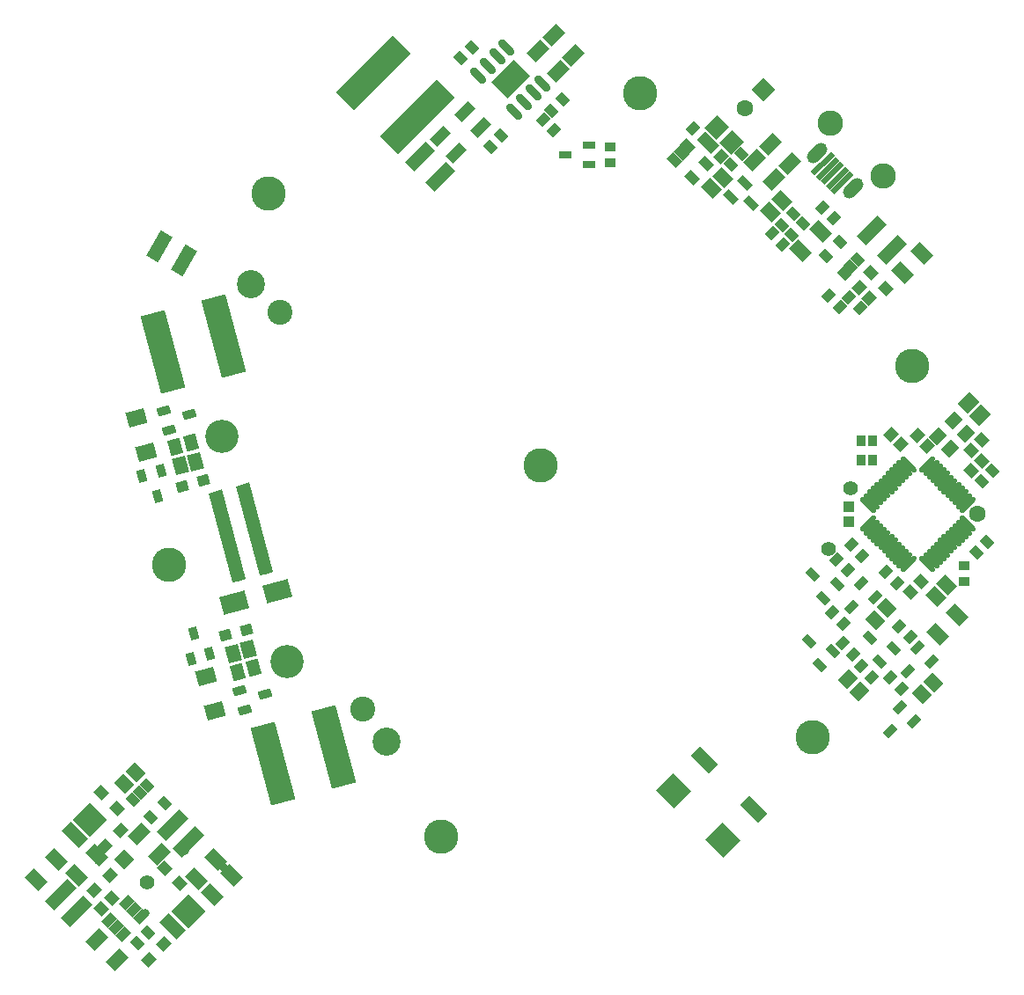
<source format=gbs>
G04 Layer_Color=16711935*
%FSLAX44Y44*%
%MOMM*%
G71*
G01*
G75*
G04:AMPARAMS|DCode=91|XSize=1.6032mm|YSize=1.3032mm|CornerRadius=0mm|HoleSize=0mm|Usage=FLASHONLY|Rotation=135.000|XOffset=0mm|YOffset=0mm|HoleType=Round|Shape=Rectangle|*
%AMROTATEDRECTD91*
4,1,4,1.0276,-0.1061,0.1061,-1.0276,-1.0276,0.1061,-0.1061,1.0276,1.0276,-0.1061,0.0*
%
%ADD91ROTATEDRECTD91*%

G04:AMPARAMS|DCode=92|XSize=1.1032mm|YSize=1.0032mm|CornerRadius=0mm|HoleSize=0mm|Usage=FLASHONLY|Rotation=315.000|XOffset=0mm|YOffset=0mm|HoleType=Round|Shape=Rectangle|*
%AMROTATEDRECTD92*
4,1,4,-0.7447,0.0353,-0.0353,0.7447,0.7447,-0.0353,0.0353,-0.7447,-0.7447,0.0353,0.0*
%
%ADD92ROTATEDRECTD92*%

G04:AMPARAMS|DCode=93|XSize=1.1032mm|YSize=0.9032mm|CornerRadius=0mm|HoleSize=0mm|Usage=FLASHONLY|Rotation=315.000|XOffset=0mm|YOffset=0mm|HoleType=Round|Shape=Rectangle|*
%AMROTATEDRECTD93*
4,1,4,-0.7094,0.0707,-0.0707,0.7094,0.7094,-0.0707,0.0707,-0.7094,-0.7094,0.0707,0.0*
%
%ADD93ROTATEDRECTD93*%

G04:AMPARAMS|DCode=94|XSize=1.8032mm|YSize=1.0032mm|CornerRadius=0mm|HoleSize=0mm|Usage=FLASHONLY|Rotation=225.000|XOffset=0mm|YOffset=0mm|HoleType=Round|Shape=Rectangle|*
%AMROTATEDRECTD94*
4,1,4,0.2828,0.9922,0.9922,0.2828,-0.2828,-0.9922,-0.9922,-0.2828,0.2828,0.9922,0.0*
%
%ADD94ROTATEDRECTD94*%

G04:AMPARAMS|DCode=95|XSize=1.1032mm|YSize=0.9032mm|CornerRadius=0mm|HoleSize=0mm|Usage=FLASHONLY|Rotation=45.000|XOffset=0mm|YOffset=0mm|HoleType=Round|Shape=Rectangle|*
%AMROTATEDRECTD95*
4,1,4,-0.0707,-0.7094,-0.7094,-0.0707,0.0707,0.7094,0.7094,0.0707,-0.0707,-0.7094,0.0*
%
%ADD95ROTATEDRECTD95*%

%ADD102C,1.4032*%
%ADD103P,1.9844X4X360.0*%
G04:AMPARAMS|DCode=104|XSize=2.3033mm|YSize=1.2532mm|CornerRadius=0mm|HoleSize=0mm|Usage=FLASHONLY|Rotation=225.000|XOffset=0mm|YOffset=0mm|HoleType=Round|Shape=Round|*
%AMOVALD104*
21,1,1.0500,1.2532,0.0000,0.0000,225.0*
1,1,1.2532,0.3712,0.3712*
1,1,1.2532,-0.3712,-0.3712*
%
%ADD104OVALD104*%

%ADD105C,2.4534*%
%ADD106C,3.3032*%
%ADD107P,2.2673X4X270.0*%
%ADD108C,1.6032*%
%ADD109C,2.4032*%
%ADD110C,0.8032*%
G04:AMPARAMS|DCode=111|XSize=0.4999mm|YSize=1.2001mm|CornerRadius=0mm|HoleSize=0mm|Usage=FLASHONLY|Rotation=315.000|XOffset=0mm|YOffset=0mm|HoleType=Round|Shape=Rectangle|*
%AMROTATEDRECTD111*
4,1,4,-0.6010,-0.2476,0.2476,0.6010,0.6010,0.2476,-0.2476,-0.6010,-0.6010,-0.2476,0.0*
%
%ADD111ROTATEDRECTD111*%

G04:AMPARAMS|DCode=112|XSize=0.5mm|YSize=1.2002mm|CornerRadius=0mm|HoleSize=0mm|Usage=FLASHONLY|Rotation=315.000|XOffset=0mm|YOffset=0mm|HoleType=Round|Shape=Rectangle|*
%AMROTATEDRECTD112*
4,1,4,-0.6011,-0.2476,0.2476,0.6011,0.6011,0.2476,-0.2476,-0.6011,-0.6011,-0.2476,0.0*
%
%ADD112ROTATEDRECTD112*%

G04:AMPARAMS|DCode=113|XSize=0.5mm|YSize=1.1751mm|CornerRadius=0mm|HoleSize=0mm|Usage=FLASHONLY|Rotation=315.000|XOffset=0mm|YOffset=0mm|HoleType=Round|Shape=Rectangle|*
%AMROTATEDRECTD113*
4,1,4,-0.5923,-0.2387,0.2387,0.5923,0.5923,0.2387,-0.2387,-0.5923,-0.5923,-0.2387,0.0*
%
%ADD113ROTATEDRECTD113*%

G04:AMPARAMS|DCode=114|XSize=0.5mm|YSize=1.1751mm|CornerRadius=0mm|HoleSize=0mm|Usage=FLASHONLY|Rotation=315.000|XOffset=0mm|YOffset=0mm|HoleType=Round|Shape=Rectangle|*
%AMROTATEDRECTD114*
4,1,4,-0.5922,-0.2387,0.2387,0.5922,0.5922,0.2387,-0.2387,-0.5922,-0.5922,-0.2387,0.0*
%
%ADD114ROTATEDRECTD114*%

G04:AMPARAMS|DCode=115|XSize=0.5mm|YSize=1.1751mm|CornerRadius=0mm|HoleSize=0mm|Usage=FLASHONLY|Rotation=315.000|XOffset=0mm|YOffset=0mm|HoleType=Round|Shape=Rectangle|*
%AMROTATEDRECTD115*
4,1,4,-0.5922,-0.2387,0.2387,0.5922,0.5922,0.2387,-0.2387,-0.5922,-0.5922,-0.2387,0.0*
%
%ADD115ROTATEDRECTD115*%

G04:AMPARAMS|DCode=116|XSize=1.4498mm|YSize=0.4999mm|CornerRadius=0mm|HoleSize=0mm|Usage=FLASHONLY|Rotation=225.000|XOffset=0mm|YOffset=0mm|HoleType=Round|Shape=Rectangle|*
%AMROTATEDRECTD116*
4,1,4,0.3359,0.6893,0.6893,0.3359,-0.3359,-0.6893,-0.6893,-0.3359,0.3359,0.6893,0.0*
%
%ADD116ROTATEDRECTD116*%

G04:AMPARAMS|DCode=117|XSize=1.1032mm|YSize=1.0032mm|CornerRadius=0mm|HoleSize=0mm|Usage=FLASHONLY|Rotation=45.000|XOffset=0mm|YOffset=0mm|HoleType=Round|Shape=Rectangle|*
%AMROTATEDRECTD117*
4,1,4,-0.0353,-0.7447,-0.7447,-0.0353,0.0353,0.7447,0.7447,0.0353,-0.0353,-0.7447,0.0*
%
%ADD117ROTATEDRECTD117*%

G04:AMPARAMS|DCode=118|XSize=2.8032mm|YSize=1.3032mm|CornerRadius=0mm|HoleSize=0mm|Usage=FLASHONLY|Rotation=60.000|XOffset=0mm|YOffset=0mm|HoleType=Round|Shape=Rectangle|*
%AMROTATEDRECTD118*
4,1,4,-0.1365,-1.5396,-1.2651,-0.8880,0.1365,1.5396,1.2651,0.8880,-0.1365,-1.5396,0.0*
%
%ADD118ROTATEDRECTD118*%

G04:AMPARAMS|DCode=119|XSize=1.9032mm|YSize=1.3032mm|CornerRadius=0mm|HoleSize=0mm|Usage=FLASHONLY|Rotation=225.000|XOffset=0mm|YOffset=0mm|HoleType=Round|Shape=Rectangle|*
%AMROTATEDRECTD119*
4,1,4,0.2121,1.1336,1.1336,0.2121,-0.2121,-1.1336,-1.1336,-0.2121,0.2121,1.1336,0.0*
%
%ADD119ROTATEDRECTD119*%

G04:AMPARAMS|DCode=120|XSize=2.8032mm|YSize=1.3032mm|CornerRadius=0mm|HoleSize=0mm|Usage=FLASHONLY|Rotation=45.000|XOffset=0mm|YOffset=0mm|HoleType=Round|Shape=Rectangle|*
%AMROTATEDRECTD120*
4,1,4,-0.5303,-1.4518,-1.4518,-0.5303,0.5303,1.4518,1.4518,0.5303,-0.5303,-1.4518,0.0*
%
%ADD120ROTATEDRECTD120*%

G04:AMPARAMS|DCode=121|XSize=2.5032mm|YSize=1.7532mm|CornerRadius=0mm|HoleSize=0mm|Usage=FLASHONLY|Rotation=195.000|XOffset=0mm|YOffset=0mm|HoleType=Round|Shape=Rectangle|*
%AMROTATEDRECTD121*
4,1,4,0.9821,1.1707,1.4358,-0.5228,-0.9821,-1.1707,-1.4358,0.5228,0.9821,1.1707,0.0*
%
%ADD121ROTATEDRECTD121*%

G04:AMPARAMS|DCode=122|XSize=7.7032mm|YSize=2.4032mm|CornerRadius=0mm|HoleSize=0mm|Usage=FLASHONLY|Rotation=225.000|XOffset=0mm|YOffset=0mm|HoleType=Round|Shape=Rectangle|*
%AMROTATEDRECTD122*
4,1,4,1.8738,3.5732,3.5732,1.8738,-1.8738,-3.5732,-3.5732,-1.8738,1.8738,3.5732,0.0*
%
%ADD122ROTATEDRECTD122*%

G04:AMPARAMS|DCode=123|XSize=1.2032mm|YSize=0.8032mm|CornerRadius=0mm|HoleSize=0mm|Usage=FLASHONLY|Rotation=105.000|XOffset=0mm|YOffset=0mm|HoleType=Round|Shape=Rectangle|*
%AMROTATEDRECTD123*
4,1,4,0.5436,-0.4772,-0.2322,-0.6850,-0.5436,0.4772,0.2322,0.6850,0.5436,-0.4772,0.0*
%
%ADD123ROTATEDRECTD123*%

G04:AMPARAMS|DCode=124|XSize=2.2032mm|YSize=3.1032mm|CornerRadius=0mm|HoleSize=0mm|Usage=FLASHONLY|Rotation=315.000|XOffset=0mm|YOffset=0mm|HoleType=Round|Shape=Rectangle|*
%AMROTATEDRECTD124*
4,1,4,-1.8761,-0.3182,0.3182,1.8761,1.8761,0.3182,-0.3182,-1.8761,-1.8761,-0.3182,0.0*
%
%ADD124ROTATEDRECTD124*%

G04:AMPARAMS|DCode=125|XSize=0.8032mm|YSize=1.9032mm|CornerRadius=0mm|HoleSize=0mm|Usage=FLASHONLY|Rotation=225.000|XOffset=0mm|YOffset=0mm|HoleType=Round|Shape=Round|*
%AMOVALD125*
21,1,1.1000,0.8032,0.0000,0.0000,315.0*
1,1,0.8032,-0.3889,0.3889*
1,1,0.8032,0.3889,-0.3889*
%
%ADD125OVALD125*%

G04:AMPARAMS|DCode=126|XSize=1.3032mm|YSize=2.5032mm|CornerRadius=0mm|HoleSize=0mm|Usage=FLASHONLY|Rotation=45.000|XOffset=0mm|YOffset=0mm|HoleType=Round|Shape=Rectangle|*
%AMROTATEDRECTD126*
4,1,4,0.4243,-1.3458,-1.3458,0.4243,-0.4243,1.3458,1.3458,-0.4243,0.4243,-1.3458,0.0*
%
%ADD126ROTATEDRECTD126*%

G04:AMPARAMS|DCode=127|XSize=2.3032mm|YSize=2.5032mm|CornerRadius=0mm|HoleSize=0mm|Usage=FLASHONLY|Rotation=45.000|XOffset=0mm|YOffset=0mm|HoleType=Round|Shape=Rectangle|*
%AMROTATEDRECTD127*
4,1,4,0.0707,-1.6993,-1.6993,0.0707,-0.0707,1.6993,1.6993,-0.0707,0.0707,-1.6993,0.0*
%
%ADD127ROTATEDRECTD127*%

G04:AMPARAMS|DCode=128|XSize=1.9032mm|YSize=1.3032mm|CornerRadius=0mm|HoleSize=0mm|Usage=FLASHONLY|Rotation=315.000|XOffset=0mm|YOffset=0mm|HoleType=Round|Shape=Rectangle|*
%AMROTATEDRECTD128*
4,1,4,-1.1336,0.2121,-0.2121,1.1336,1.1336,-0.2121,0.2121,-1.1336,-1.1336,0.2121,0.0*
%
%ADD128ROTATEDRECTD128*%

G04:AMPARAMS|DCode=129|XSize=1.2032mm|YSize=2.3032mm|CornerRadius=0mm|HoleSize=0mm|Usage=FLASHONLY|Rotation=45.000|XOffset=0mm|YOffset=0mm|HoleType=Round|Shape=Rectangle|*
%AMROTATEDRECTD129*
4,1,4,0.3889,-1.2397,-1.2397,0.3889,-0.3889,1.2397,1.2397,-0.3889,0.3889,-1.2397,0.0*
%
%ADD129ROTATEDRECTD129*%

%ADD130P,3.2572X4X90.0*%
G04:AMPARAMS|DCode=131|XSize=1.5032mm|YSize=1.2032mm|CornerRadius=0mm|HoleSize=0mm|Usage=FLASHONLY|Rotation=315.000|XOffset=0mm|YOffset=0mm|HoleType=Round|Shape=Rectangle|*
%AMROTATEDRECTD131*
4,1,4,-0.9569,0.1061,-0.1061,0.9569,0.9569,-0.1061,0.1061,-0.9569,-0.9569,0.1061,0.0*
%
%ADD131ROTATEDRECTD131*%

G04:AMPARAMS|DCode=132|XSize=0.8532mm|YSize=1.3032mm|CornerRadius=0mm|HoleSize=0mm|Usage=FLASHONLY|Rotation=135.000|XOffset=0mm|YOffset=0mm|HoleType=Round|Shape=Rectangle|*
%AMROTATEDRECTD132*
4,1,4,0.7624,0.1591,-0.1591,-0.7624,-0.7624,-0.1591,0.1591,0.7624,0.7624,0.1591,0.0*
%
%ADD132ROTATEDRECTD132*%

G04:AMPARAMS|DCode=133|XSize=0.8532mm|YSize=1.1032mm|CornerRadius=0mm|HoleSize=0mm|Usage=FLASHONLY|Rotation=225.000|XOffset=0mm|YOffset=0mm|HoleType=Round|Shape=Rectangle|*
%AMROTATEDRECTD133*
4,1,4,-0.0884,0.6917,0.6917,-0.0884,0.0884,-0.6917,-0.6917,0.0884,-0.0884,0.6917,0.0*
%
%ADD133ROTATEDRECTD133*%

G04:AMPARAMS|DCode=134|XSize=2.8032mm|YSize=1.3032mm|CornerRadius=0mm|HoleSize=0mm|Usage=FLASHONLY|Rotation=285.000|XOffset=0mm|YOffset=0mm|HoleType=Round|Shape=Rectangle|*
%AMROTATEDRECTD134*
4,1,4,-0.9922,1.1852,0.2666,1.5225,0.9922,-1.1852,-0.2666,-1.5225,-0.9922,1.1852,0.0*
%
%ADD134ROTATEDRECTD134*%

G04:AMPARAMS|DCode=135|XSize=1.5032mm|YSize=1.2032mm|CornerRadius=0mm|HoleSize=0mm|Usage=FLASHONLY|Rotation=105.000|XOffset=0mm|YOffset=0mm|HoleType=Round|Shape=Rectangle|*
%AMROTATEDRECTD135*
4,1,4,0.7756,-0.5703,-0.3866,-0.8817,-0.7756,0.5703,0.3866,0.8817,0.7756,-0.5703,0.0*
%
%ADD135ROTATEDRECTD135*%

G04:AMPARAMS|DCode=136|XSize=1.1032mm|YSize=1.0032mm|CornerRadius=0mm|HoleSize=0mm|Usage=FLASHONLY|Rotation=15.000|XOffset=0mm|YOffset=0mm|HoleType=Round|Shape=Rectangle|*
%AMROTATEDRECTD136*
4,1,4,-0.4030,-0.6273,-0.6626,0.3417,0.4030,0.6273,0.6626,-0.3417,-0.4030,-0.6273,0.0*
%
%ADD136ROTATEDRECTD136*%

G04:AMPARAMS|DCode=137|XSize=1.8032mm|YSize=1.4532mm|CornerRadius=0mm|HoleSize=0mm|Usage=FLASHONLY|Rotation=15.000|XOffset=0mm|YOffset=0mm|HoleType=Round|Shape=Rectangle|*
%AMROTATEDRECTD137*
4,1,4,-0.6828,-0.9352,-1.0589,0.4685,0.6828,0.9352,1.0589,-0.4685,-0.6828,-0.9352,0.0*
%
%ADD137ROTATEDRECTD137*%

G04:AMPARAMS|DCode=138|XSize=1.6032mm|YSize=1.3032mm|CornerRadius=0mm|HoleSize=0mm|Usage=FLASHONLY|Rotation=105.000|XOffset=0mm|YOffset=0mm|HoleType=Round|Shape=Rectangle|*
%AMROTATEDRECTD138*
4,1,4,0.8369,-0.6056,-0.4219,-0.9429,-0.8369,0.6056,0.4219,0.9429,0.8369,-0.6056,0.0*
%
%ADD138ROTATEDRECTD138*%

G04:AMPARAMS|DCode=139|XSize=0.8532mm|YSize=1.3032mm|CornerRadius=0mm|HoleSize=0mm|Usage=FLASHONLY|Rotation=225.000|XOffset=0mm|YOffset=0mm|HoleType=Round|Shape=Rectangle|*
%AMROTATEDRECTD139*
4,1,4,-0.1591,0.7624,0.7624,-0.1591,0.1591,-0.7624,-0.7624,0.1591,-0.1591,0.7624,0.0*
%
%ADD139ROTATEDRECTD139*%

G04:AMPARAMS|DCode=140|XSize=1.2032mm|YSize=0.8032mm|CornerRadius=0mm|HoleSize=0mm|Usage=FLASHONLY|Rotation=225.000|XOffset=0mm|YOffset=0mm|HoleType=Round|Shape=Rectangle|*
%AMROTATEDRECTD140*
4,1,4,0.1414,0.7094,0.7094,0.1414,-0.1414,-0.7094,-0.7094,-0.1414,0.1414,0.7094,0.0*
%
%ADD140ROTATEDRECTD140*%

G04:AMPARAMS|DCode=141|XSize=1.2032mm|YSize=0.8032mm|CornerRadius=0mm|HoleSize=0mm|Usage=FLASHONLY|Rotation=135.000|XOffset=0mm|YOffset=0mm|HoleType=Round|Shape=Rectangle|*
%AMROTATEDRECTD141*
4,1,4,0.7094,-0.1414,0.1414,-0.7094,-0.7094,0.1414,-0.1414,0.7094,0.7094,-0.1414,0.0*
%
%ADD141ROTATEDRECTD141*%

G04:AMPARAMS|DCode=142|XSize=1.2532mm|YSize=0.8032mm|CornerRadius=0mm|HoleSize=0mm|Usage=FLASHONLY|Rotation=135.000|XOffset=0mm|YOffset=0mm|HoleType=Round|Shape=Rectangle|*
%AMROTATEDRECTD142*
4,1,4,0.7270,-0.1591,0.1591,-0.7270,-0.7270,0.1591,-0.1591,0.7270,0.7270,-0.1591,0.0*
%
%ADD142ROTATEDRECTD142*%

G04:AMPARAMS|DCode=143|XSize=1.2532mm|YSize=0.8032mm|CornerRadius=0mm|HoleSize=0mm|Usage=FLASHONLY|Rotation=225.000|XOffset=0mm|YOffset=0mm|HoleType=Round|Shape=Rectangle|*
%AMROTATEDRECTD143*
4,1,4,0.1591,0.7270,0.7270,0.1591,-0.1591,-0.7270,-0.7270,-0.1591,0.1591,0.7270,0.0*
%
%ADD143ROTATEDRECTD143*%

%ADD144R,1.2532X0.8032*%
G04:AMPARAMS|DCode=145|XSize=1.1032mm|YSize=1.4032mm|CornerRadius=0mm|HoleSize=0mm|Usage=FLASHONLY|Rotation=315.000|XOffset=0mm|YOffset=0mm|HoleType=Round|Shape=Rectangle|*
%AMROTATEDRECTD145*
4,1,4,-0.8861,-0.1061,0.1061,0.8861,0.8861,0.1061,-0.1061,-0.8861,-0.8861,-0.1061,0.0*
%
%ADD145ROTATEDRECTD145*%

G04:AMPARAMS|DCode=146|XSize=1.6032mm|YSize=1.4032mm|CornerRadius=0mm|HoleSize=0mm|Usage=FLASHONLY|Rotation=225.000|XOffset=0mm|YOffset=0mm|HoleType=Round|Shape=Rectangle|*
%AMROTATEDRECTD146*
4,1,4,0.0707,1.0629,1.0629,0.0707,-0.0707,-1.0629,-1.0629,-0.0707,0.0707,1.0629,0.0*
%
%ADD146ROTATEDRECTD146*%

%ADD147R,1.1032X1.0032*%
G04:AMPARAMS|DCode=148|XSize=0.8032mm|YSize=1.4032mm|CornerRadius=0mm|HoleSize=0mm|Usage=FLASHONLY|Rotation=225.000|XOffset=0mm|YOffset=0mm|HoleType=Round|Shape=Rectangle|*
%AMROTATEDRECTD148*
4,1,4,-0.2121,0.7801,0.7801,-0.2121,0.2121,-0.7801,-0.7801,0.2121,-0.2121,0.7801,0.0*
%
%ADD148ROTATEDRECTD148*%

G04:AMPARAMS|DCode=149|XSize=0.5032mm|YSize=2.0032mm|CornerRadius=0mm|HoleSize=0mm|Usage=FLASHONLY|Rotation=135.000|XOffset=0mm|YOffset=0mm|HoleType=Round|Shape=Round|*
%AMOVALD149*
21,1,1.5000,0.5032,0.0000,0.0000,225.0*
1,1,0.5032,0.5303,0.5303*
1,1,0.5032,-0.5303,-0.5303*
%
%ADD149OVALD149*%

G04:AMPARAMS|DCode=150|XSize=0.5032mm|YSize=2.0032mm|CornerRadius=0mm|HoleSize=0mm|Usage=FLASHONLY|Rotation=225.000|XOffset=0mm|YOffset=0mm|HoleType=Round|Shape=Round|*
%AMOVALD150*
21,1,1.5000,0.5032,0.0000,0.0000,315.0*
1,1,0.5032,-0.5303,0.5303*
1,1,0.5032,0.5303,-0.5303*
%
%ADD150OVALD150*%

%ADD151R,1.1032X0.9032*%
G04:AMPARAMS|DCode=152|XSize=1.5032mm|YSize=1.2032mm|CornerRadius=0mm|HoleSize=0mm|Usage=FLASHONLY|Rotation=45.000|XOffset=0mm|YOffset=0mm|HoleType=Round|Shape=Rectangle|*
%AMROTATEDRECTD152*
4,1,4,-0.1061,-0.9569,-0.9569,-0.1061,0.1061,0.9569,0.9569,0.1061,-0.1061,-0.9569,0.0*
%
%ADD152ROTATEDRECTD152*%

%ADD153C,2.7032*%
G04:AMPARAMS|DCode=154|XSize=3.0032mm|YSize=1.2032mm|CornerRadius=0mm|HoleSize=0mm|Usage=FLASHONLY|Rotation=45.000|XOffset=0mm|YOffset=0mm|HoleType=Round|Shape=Rectangle|*
%AMROTATEDRECTD154*
4,1,4,-0.6364,-1.4872,-1.4872,-0.6364,0.6364,1.4872,1.4872,0.6364,-0.6364,-1.4872,0.0*
%
%ADD154ROTATEDRECTD154*%

G04:AMPARAMS|DCode=155|XSize=7.7032mm|YSize=2.4032mm|CornerRadius=0mm|HoleSize=0mm|Usage=FLASHONLY|Rotation=105.000|XOffset=0mm|YOffset=0mm|HoleType=Round|Shape=Rectangle|*
%AMROTATEDRECTD155*
4,1,4,2.1575,-3.4094,-0.1638,-4.0314,-2.1575,3.4094,0.1638,4.0314,2.1575,-3.4094,0.0*
%
%ADD155ROTATEDRECTD155*%

%ADD156R,0.9032X1.0032*%
G04:AMPARAMS|DCode=157|XSize=1.2532mm|YSize=0.8032mm|CornerRadius=0mm|HoleSize=0mm|Usage=FLASHONLY|Rotation=15.000|XOffset=0mm|YOffset=0mm|HoleType=Round|Shape=Rectangle|*
%AMROTATEDRECTD157*
4,1,4,-0.5013,-0.5501,-0.7092,0.2257,0.5013,0.5501,0.7092,-0.2257,-0.5013,-0.5501,0.0*
%
%ADD157ROTATEDRECTD157*%

%ADD158C,3.2032*%
G04:AMPARAMS|DCode=159|XSize=1.7032mm|YSize=1.6032mm|CornerRadius=0mm|HoleSize=0mm|Usage=FLASHONLY|Rotation=45.000|XOffset=0mm|YOffset=0mm|HoleType=Round|Shape=Rectangle|*
%AMROTATEDRECTD159*
4,1,4,-0.0353,-1.1690,-1.1690,-0.0353,0.0353,1.1690,1.1690,0.0353,-0.0353,-1.1690,0.0*
%
%ADD159ROTATEDRECTD159*%

%ADD160C,0.9032*%
G36*
X-283461Y-109690D02*
X-287881Y-110927D01*
X-296189Y-113225D01*
X-319347Y-27135D01*
X-306266Y-23600D01*
X-283461Y-109690D01*
D02*
G37*
G36*
X-257387Y-102884D02*
X-261806Y-104122D01*
X-270115Y-106419D01*
X-293272Y-20329D01*
X-280191Y-16794D01*
X-257387Y-102884D01*
D02*
G37*
D91*
X390676Y-115612D02*
D03*
X380070Y-126219D02*
D03*
X164402Y266226D02*
D03*
X175009Y276832D02*
D03*
X220971Y243598D02*
D03*
X231577Y254205D02*
D03*
D92*
X-422159Y-315385D02*
D03*
X-407309Y-330235D02*
D03*
X-412613Y-416855D02*
D03*
X-422512Y-426755D02*
D03*
X-361685Y-387848D02*
D03*
X-346836Y-402697D02*
D03*
X317137Y184908D02*
D03*
X331987Y170059D02*
D03*
X424264Y24042D02*
D03*
X414365Y14142D02*
D03*
X414365Y-5657D02*
D03*
X424264Y4243D02*
D03*
X365574Y-112430D02*
D03*
X355675Y-122330D02*
D03*
D93*
X20860Y351786D02*
D03*
X10253Y341179D02*
D03*
X-76721Y391384D02*
D03*
X-66114Y401990D02*
D03*
X-37830Y317137D02*
D03*
X-48437Y306531D02*
D03*
X-388218Y-460342D02*
D03*
X-377611Y-449736D02*
D03*
X418961Y-84499D02*
D03*
X429567Y-73893D02*
D03*
X423910Y-15910D02*
D03*
X434517Y-5303D02*
D03*
X252084Y232285D02*
D03*
X241477Y221678D02*
D03*
X242891Y241477D02*
D03*
X232285Y230870D02*
D03*
X193394Y299460D02*
D03*
X182787Y288853D02*
D03*
D94*
X-57276Y324562D02*
D03*
X-81317Y300520D02*
D03*
X-72832Y340118D02*
D03*
X-96874Y316077D02*
D03*
D95*
X2475Y332694D02*
D03*
X13082Y322087D02*
D03*
X331987Y-102884D02*
D03*
X342593Y-113491D02*
D03*
X318552Y-204000D02*
D03*
X307945Y-193394D02*
D03*
X336229Y-204707D02*
D03*
X346836Y-215314D02*
D03*
X280368Y-141775D02*
D03*
X290975Y-152381D02*
D03*
X300874Y-182080D02*
D03*
X290267Y-171473D02*
D03*
X344715Y-155210D02*
D03*
X355321Y-165816D02*
D03*
X284611Y-90863D02*
D03*
X295217Y-101470D02*
D03*
X309359Y-87328D02*
D03*
X298753Y-76721D02*
D03*
X281782Y237234D02*
D03*
X271175Y247841D02*
D03*
X287439Y152381D02*
D03*
X276832Y162988D02*
D03*
X307238Y150967D02*
D03*
X296631Y161574D02*
D03*
X146725Y324208D02*
D03*
X157331Y313602D02*
D03*
X222385Y223092D02*
D03*
X232992Y212486D02*
D03*
D102*
X277186Y-80610D02*
D03*
X298399Y-22627D02*
D03*
X-378107Y-401413D02*
D03*
D103*
X-400107Y-379412D02*
D03*
D104*
X300343Y266049D02*
D03*
X266049Y300343D02*
D03*
D105*
X278246Y329157D02*
D03*
X329157Y278246D02*
D03*
D106*
X357372Y95742D02*
D03*
X261630Y-261630D02*
D03*
X-95742Y-357372D02*
D03*
X-357372Y-95742D02*
D03*
X-261630Y261630D02*
D03*
X95742Y357372D02*
D03*
X0Y0D02*
D03*
D107*
X213900Y360978D02*
D03*
D108*
X419668Y-47023D02*
D03*
X196222Y343300D02*
D03*
D109*
X-171120Y-234760D02*
D03*
X-250316Y147078D02*
D03*
D110*
X-333754Y-397394D02*
D03*
X-341692Y-371390D02*
D03*
X-380086Y-430998D02*
D03*
X-353569Y-444079D02*
D03*
X-391896Y-321730D02*
D03*
X-406956Y-330588D02*
D03*
X-305133Y-387157D02*
D03*
X414365Y-5657D02*
D03*
X241477Y221678D02*
D03*
X127986Y293449D02*
D03*
D111*
X266225Y284611D02*
D03*
D112*
X270823Y280015D02*
D03*
D113*
X275507Y275507D02*
D03*
D114*
X280103Y270911D02*
D03*
D115*
X284699Y266314D02*
D03*
D116*
X293981Y275594D02*
D03*
X289383Y280191D02*
D03*
X284787Y284787D02*
D03*
X280191Y289385D02*
D03*
X275593Y293981D02*
D03*
D117*
X-418961Y-366635D02*
D03*
X-404112Y-351786D02*
D03*
X-429230Y-409431D02*
D03*
X-414380Y-394581D02*
D03*
X316077Y160513D02*
D03*
X306177Y170413D02*
D03*
X362039Y28284D02*
D03*
X371938Y18385D02*
D03*
X346482Y19799D02*
D03*
X336583Y29698D02*
D03*
X164049Y306884D02*
D03*
X173948Y296985D02*
D03*
X-362055Y-461049D02*
D03*
X-376904Y-475899D02*
D03*
D118*
X-366659Y210397D02*
D03*
X-343276Y196897D02*
D03*
D119*
X239635Y289840D02*
D03*
X220543Y308932D02*
D03*
X12374Y413304D02*
D03*
X31466Y394212D02*
D03*
X-2475Y398455D02*
D03*
X16617Y379363D02*
D03*
X-426401Y-456807D02*
D03*
X-407309Y-475899D02*
D03*
X-385727Y-355321D02*
D03*
X-366635Y-374413D02*
D03*
X205415Y293803D02*
D03*
X224506Y274711D02*
D03*
D120*
X-115612Y296631D02*
D03*
X-96520Y277539D02*
D03*
X337644Y206829D02*
D03*
X318552Y225921D02*
D03*
D121*
X-294418Y-132137D02*
D03*
X-252883Y-121007D02*
D03*
D122*
X-161220Y377595D02*
D03*
X-118794Y335169D02*
D03*
D123*
X-333195Y-162133D02*
D03*
X-336419Y-186808D02*
D03*
X-318066Y-181891D02*
D03*
X-368255Y-30200D02*
D03*
X-365031Y-5525D02*
D03*
X-383384Y-10442D02*
D03*
D124*
X-28991Y371231D02*
D03*
D125*
X-59786Y375085D02*
D03*
X-50806Y384065D02*
D03*
X-41825Y393045D02*
D03*
X-32845Y402026D02*
D03*
X-25138Y340437D02*
D03*
X-16157Y349417D02*
D03*
X-7177Y358397D02*
D03*
X1803Y367378D02*
D03*
D126*
X205061Y-331633D02*
D03*
X157685Y-284257D02*
D03*
D127*
X175362Y-361331D02*
D03*
X127986Y-313955D02*
D03*
D128*
X-297001Y-394581D02*
D03*
X-316093Y-413673D02*
D03*
X-331153Y-398458D02*
D03*
X-312061Y-379366D02*
D03*
X-485091Y-398824D02*
D03*
X-465999Y-379732D02*
D03*
X-426739Y-375827D02*
D03*
X-445831Y-394919D02*
D03*
X381484Y-162988D02*
D03*
X400576Y-143896D02*
D03*
X366635Y204000D02*
D03*
X347543Y184908D02*
D03*
X269054Y225214D02*
D03*
X249962Y206122D02*
D03*
D129*
X-353569Y-444079D02*
D03*
X-447615Y-355691D02*
D03*
D130*
X-339074Y-429583D02*
D03*
X-433119Y-341195D02*
D03*
D131*
X-400592Y-307254D02*
D03*
X-389278Y-295940D02*
D03*
X377595Y-209304D02*
D03*
X366281Y-220617D02*
D03*
X321734Y-149199D02*
D03*
X333047Y-137886D02*
D03*
D132*
X-398117Y-421452D02*
D03*
X-391399Y-428169D02*
D03*
X-384682Y-434887D02*
D03*
X-401653Y-451857D02*
D03*
X-408370Y-445140D02*
D03*
X-415088Y-438422D02*
D03*
D133*
X-391896Y-321730D02*
D03*
X-385178Y-315013D02*
D03*
X-378461Y-308295D02*
D03*
X-361490Y-325266D02*
D03*
X-374925Y-338701D02*
D03*
X305117Y197636D02*
D03*
X298399Y190919D02*
D03*
X291682Y184201D02*
D03*
X274711Y201172D02*
D03*
X288146Y214607D02*
D03*
D134*
X-301407Y-68260D02*
D03*
X-275327Y-61272D02*
D03*
X-267563Y-90249D02*
D03*
X-293643Y-97237D02*
D03*
X-309172Y-39282D02*
D03*
X-283092Y-32294D02*
D03*
D135*
X-351381Y17728D02*
D03*
X-335927Y21870D02*
D03*
X-291277Y-199353D02*
D03*
X-275822Y-195212D02*
D03*
D136*
X-344604Y-20395D02*
D03*
X-324319Y-14960D02*
D03*
X-302884Y-163938D02*
D03*
X-282600Y-158503D02*
D03*
D137*
X-313026Y-236572D02*
D03*
X-321956Y-203248D02*
D03*
X-388424Y45654D02*
D03*
X-379494Y12329D02*
D03*
D138*
X-332167Y3355D02*
D03*
X-346656Y-527D02*
D03*
X-281255Y-177664D02*
D03*
X-295744Y-181546D02*
D03*
D139*
X145310Y276832D02*
D03*
X158745Y290267D02*
D03*
X141775Y307238D02*
D03*
X135057Y300520D02*
D03*
X128340Y293803D02*
D03*
D140*
X345775Y-233345D02*
D03*
X359210Y-246780D02*
D03*
X336229Y-256326D02*
D03*
D141*
X339411Y-176070D02*
D03*
X325976Y-189505D02*
D03*
X316430Y-166524D02*
D03*
X284964Y-114551D02*
D03*
X271529Y-127986D02*
D03*
X261983Y-105005D02*
D03*
D142*
X258447Y-169352D02*
D03*
X267994Y-192333D02*
D03*
X281429Y-178898D02*
D03*
D143*
X353200Y-198343D02*
D03*
X376181Y-188797D02*
D03*
X362746Y-175362D02*
D03*
X298753Y-136825D02*
D03*
X321734Y-127279D02*
D03*
X308299Y-113844D02*
D03*
D144*
X23855Y298399D02*
D03*
X46855Y288899D02*
D03*
Y307899D02*
D03*
D145*
X381838Y27577D02*
D03*
X396687Y42426D02*
D03*
X408708Y30406D02*
D03*
X393858Y15556D02*
D03*
D146*
X422850Y48083D02*
D03*
X411536Y59397D02*
D03*
D147*
X296278Y-54376D02*
D03*
Y-40376D02*
D03*
D148*
X202232Y251730D02*
D03*
X196222Y271175D02*
D03*
X182787Y257740D02*
D03*
D149*
X371938Y707D02*
D03*
X375474Y-2828D02*
D03*
X379009Y-6364D02*
D03*
X382545Y-9900D02*
D03*
X386080Y-13435D02*
D03*
X389616Y-16971D02*
D03*
X393151Y-20506D02*
D03*
X396687Y-24042D02*
D03*
X400222Y-27577D02*
D03*
X403758Y-31113D02*
D03*
X407294Y-34648D02*
D03*
X410829Y-38184D02*
D03*
X353553Y-95459D02*
D03*
X350018Y-91924D02*
D03*
X346482Y-88388D02*
D03*
X342947Y-84853D02*
D03*
X339411Y-81317D02*
D03*
X335876Y-77782D02*
D03*
X332340Y-74246D02*
D03*
X328805Y-70711D02*
D03*
X325269Y-67175D02*
D03*
X321734Y-63640D02*
D03*
X318198Y-60104D02*
D03*
X314662Y-56568D02*
D03*
D150*
X410829D02*
D03*
X407294Y-60104D02*
D03*
X403758Y-63640D02*
D03*
X400223Y-67175D02*
D03*
X396687Y-70711D02*
D03*
X393151Y-74246D02*
D03*
X389616Y-77782D02*
D03*
X386080Y-81317D02*
D03*
X382545Y-84853D02*
D03*
X379009Y-88388D02*
D03*
X375474Y-91924D02*
D03*
X371938Y-95459D02*
D03*
X314662Y-38184D02*
D03*
X318198Y-34648D02*
D03*
X321734Y-31113D02*
D03*
X325269Y-27577D02*
D03*
X328805Y-24042D02*
D03*
X332340Y-20506D02*
D03*
X335876Y-16971D02*
D03*
X339411Y-13435D02*
D03*
X342947Y-9900D02*
D03*
X346482Y-6364D02*
D03*
X350018Y-2828D02*
D03*
X353553Y707D02*
D03*
D151*
X407294Y-112152D02*
D03*
X407294Y-97152D02*
D03*
X66468Y290899D02*
D03*
X66468Y305899D02*
D03*
D152*
X295571Y-206475D02*
D03*
X306884Y-217789D02*
D03*
D153*
X-147785Y-266579D02*
D03*
X-278600Y173948D02*
D03*
D154*
X-446184Y-429214D02*
D03*
X-461741Y-413657D02*
D03*
X-353923Y-346852D02*
D03*
X-338367Y-362408D02*
D03*
D155*
X-257039Y-287141D02*
D03*
X-199083Y-271612D02*
D03*
X-305199Y124418D02*
D03*
X-363155Y108889D02*
D03*
D156*
X319455Y5142D02*
D03*
X308455Y5142D02*
D03*
X319455Y23142D02*
D03*
X308455Y23142D02*
D03*
D157*
X-337495Y48938D02*
D03*
X-362171Y52162D02*
D03*
X-357253Y33809D02*
D03*
X-264664Y-220469D02*
D03*
X-289339Y-217246D02*
D03*
X-284421Y-235599D02*
D03*
D158*
X-243952Y-188797D02*
D03*
X-306177Y27577D02*
D03*
D159*
X183447Y310726D02*
D03*
X169305Y324868D02*
D03*
D160*
X-424971Y-380864D02*
D03*
M02*

</source>
